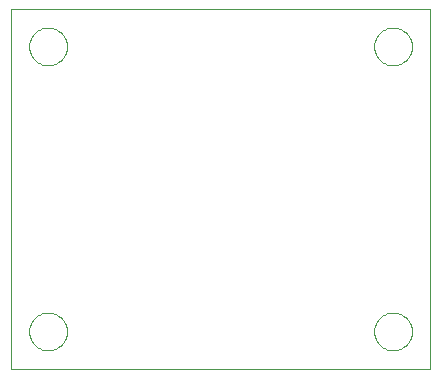
<source format=gm1>
G04 Output by ViewMate Deluxe V11.0.9  PentaLogix LLC*
G04 Sun May 11 19:20:02 2014*
%FSLAX33Y33*%
%MOMM*%
%IPPOS*%
%ADD104C,0.0*%

%LPD*%
X0Y0D2*D104*G1X31039Y3640D2*X31044Y3513D1*X31059Y3386*X31085Y3261*X31120Y3139*X31163Y3020*X31217Y2906*X31280Y2794*X31351Y2690*X31432Y2591*X31519Y2497*X31613Y2410*X31714Y2334*X31821Y2266*X31933Y2205*X32050Y2151*X32169Y2111*X32291Y2078*X32418Y2055*X32542Y2042*X32672Y2040*X32799Y2047*X32923Y2065*X33048Y2093*X33170Y2131*X33287Y2177*X33401Y2233*X33510Y2299*X33614Y2372*X33713Y2454*X33805Y2543*X33886Y2639*X33962Y2741*X34031Y2850*X34089Y2962*X34138Y3078*X34178Y3200*X34209Y3325*X34229Y3449*X34239Y3576*X34239Y3703*X34229Y3830*X34209Y3955*X34178Y4079*X34138Y4201*X34089Y4318*X34031Y4430*X33962Y4539*X33886Y4641*X33805Y4737*X33713Y4826*X33614Y4907*X33510Y4981*X33401Y5047*X33287Y5103*X33170Y5149*X33048Y5187*X32923Y5215*X32799Y5232*X32672Y5240*X32542Y5237*X32418Y5225*X32291Y5202*X32169Y5169*X32050Y5128*X31933Y5075*X31821Y5014*X31714Y4945*X31613Y4869*X31519Y4783*X31432Y4689*X31351Y4590*X31280Y4486*X31217Y4374*X31163Y4260*X31120Y4140*X31085Y4018*X31059Y3894*X31044Y3767*X31039Y3640*X31039Y27770D2*X31044Y27643D1*X31059Y27516*X31085Y27391*X31120Y27269*X31163Y27150*X31217Y27036*X31280Y26924*X31351Y26820*X31432Y26721*X31519Y26627*X31613Y26540*X31714Y26464*X31821Y26396*X31933Y26335*X32050Y26281*X32169Y26241*X32291Y26208*X32418Y26185*X32542Y26172*X32672Y26170*X32799Y26177*X32923Y26195*X33048Y26223*X33170Y26261*X33287Y26307*X33401Y26363*X33510Y26429*X33614Y26502*X33713Y26584*X33805Y26673*X33886Y26769*X33962Y26871*X34031Y26980*X34089Y27092*X34138Y27208*X34178Y27330*X34209Y27455*X34229Y27579*X34239Y27706*X34239Y27833*X34229Y27960*X34209Y28085*X34178Y28209*X34138Y28331*X34089Y28448*X34031Y28560*X33962Y28669*X33886Y28771*X33805Y28867*X33713Y28956*X33614Y29037*X33510Y29111*X33401Y29177*X33287Y29233*X33170Y29279*X33048Y29317*X32923Y29345*X32799Y29362*X32672Y29370*X32542Y29367*X32418Y29355*X32291Y29332*X32169Y29299*X32050Y29258*X31933Y29205*X31821Y29144*X31714Y29075*X31613Y28999*X31519Y28913*X31432Y28819*X31351Y28720*X31280Y28616*X31217Y28504*X31163Y28390*X31120Y28270*X31085Y28148*X31059Y28024*X31044Y27897*X31039Y27770*X1829Y27770D2*X1834Y27643D1*X1849Y27516*X1875Y27391*X1910Y27269*X1953Y27150*X2007Y27036*X2070Y26924*X2141Y26820*X2222Y26721*X2309Y26627*X2403Y26540*X2504Y26464*X2611Y26396*X2723Y26335*X2840Y26281*X2959Y26241*X3081Y26208*X3208Y26185*X3332Y26172*X3462Y26170*X3589Y26177*X3713Y26195*X3838Y26223*X3960Y26261*X4077Y26307*X4191Y26363*X4300Y26429*X4404Y26502*X4503Y26584*X4595Y26673*X4676Y26769*X4752Y26871*X4821Y26980*X4879Y27092*X4928Y27208*X4968Y27330*X4999Y27455*X5019Y27579*X5029Y27706*X5029Y27833*X5019Y27960*X4999Y28085*X4968Y28209*X4928Y28331*X4879Y28448*X4821Y28560*X4752Y28669*X4676Y28771*X4595Y28867*X4503Y28956*X4404Y29037*X4300Y29111*X4191Y29177*X4077Y29233*X3960Y29279*X3838Y29317*X3713Y29345*X3589Y29362*X3462Y29370*X3332Y29367*X3208Y29355*X3081Y29332*X2959Y29299*X2840Y29258*X2723Y29205*X2611Y29144*X2504Y29075*X2403Y28999*X2309Y28913*X2222Y28819*X2141Y28720*X2070Y28616*X2007Y28504*X1953Y28390*X1910Y28270*X1875Y28148*X1849Y28024*X1834Y27897*X1829Y27770*X1829Y3640D2*X1834Y3513D1*X1849Y3386*X1875Y3261*X1910Y3139*X1953Y3020*X2007Y2906*X2070Y2794*X2141Y2690*X2222Y2591*X2309Y2497*X2403Y2410*X2504Y2334*X2611Y2266*X2723Y2205*X2840Y2151*X2959Y2111*X3081Y2078*X3208Y2055*X3332Y2042*X3462Y2040*X3589Y2047*X3713Y2065*X3838Y2093*X3960Y2131*X4077Y2177*X4191Y2233*X4300Y2299*X4404Y2372*X4503Y2454*X4595Y2543*X4676Y2639*X4752Y2741*X4821Y2850*X4879Y2962*X4928Y3078*X4968Y3200*X4999Y3325*X5019Y3449*X5029Y3576*X5029Y3703*X5019Y3830*X4999Y3955*X4968Y4079*X4928Y4201*X4879Y4318*X4821Y4430*X4752Y4539*X4676Y4641*X4595Y4737*X4503Y4826*X4404Y4907*X4300Y4981*X4191Y5047*X4077Y5103*X3960Y5149*X3838Y5187*X3713Y5215*X3589Y5232*X3462Y5240*X3332Y5237*X3208Y5225*X3081Y5202*X2959Y5169*X2840Y5128*X2723Y5075*X2611Y5014*X2504Y4945*X2403Y4869*X2309Y4783*X2222Y4689*X2141Y4590*X2070Y4486*X2007Y4374*X1953Y4260*X1910Y4140*X1875Y4018*X1849Y3894*X1834Y3767*X1829Y3640*X254Y465D2*X35794Y465D1*X35794Y30945*X254Y30945*X254Y465*X0Y0D2*M02*
</source>
